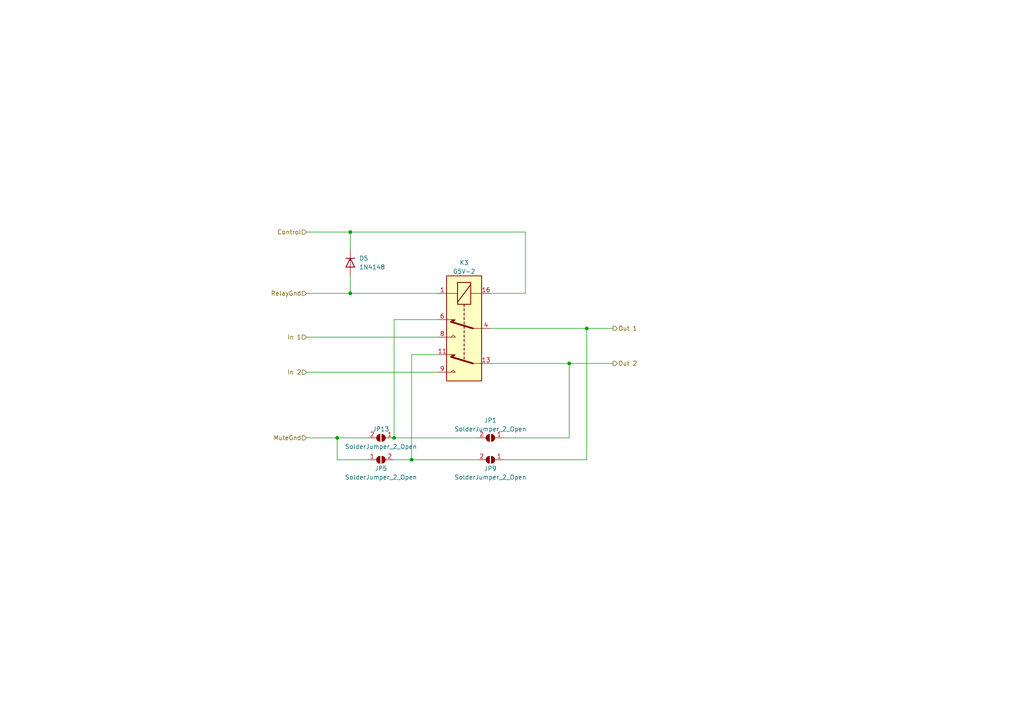
<source format=kicad_sch>
(kicad_sch (version 20230121) (generator eeschema)
  (paper "A4")
  (title_block (title "Essigfabrik 2-Way PA Switcher") (date "2023-11-21") (rev "1") (company "Daniel Machnik Sounddesign und Tontechnik"))
  (lib_symbols
    (symbol "Diode:1N4148" (pin_numbers hide) (pin_names hide)
      (property "Reference" "D" (at 0 2.54 0))
      (property "Value" "1N4148" (at 0 -2.54 0))
      (symbol "1N4148_0_1"
        (polyline (pts (xy -1.27 1.27) (xy -1.27 -1.27)) (stroke (width 0.254)))
        (polyline (pts (xy 1.27 0) (xy -1.27 0)))
        (polyline (pts (xy 1.27 1.27) (xy 1.27 -1.27) (xy -1.27 0) (xy 1.27 1.27)) (stroke (width 0.254)))
      )
      (symbol "1N4148_1_1"
        (pin passive line (at -3.81 0 0) (length 2.54) (name "K") (number "1"))
        (pin passive line (at 3.81 0 180) (length 2.54) (name "A") (number "2"))
      )
    )
    (symbol "Jumper:SolderJumper_2_Open" (pin_names (offset 0) hide)
      (property "Reference" "JP" (at 0 2.032 0))
      (property "Value" "SolderJumper_2_Open" (at 0 -2.54 0))
      (symbol "SolderJumper_2_Open_0_1"
        (arc (start -0.254 1.016) (mid -1.2656 0) (end -0.254 -1.016))
        (arc (start -0.254 1.016) (mid -1.2656 0) (end -0.254 -1.016) (fill (type outline)))
        (polyline (pts (xy -0.254 1.016) (xy -0.254 -1.016)))
        (polyline (pts (xy 0.254 1.016) (xy 0.254 -1.016)))
        (arc (start 0.254 -1.016) (mid 1.2656 0) (end 0.254 1.016))
        (arc (start 0.254 -1.016) (mid 1.2656 0) (end 0.254 1.016) (fill (type outline)))
      )
      (symbol "SolderJumper_2_Open_1_1"
        (pin passive line (at -3.81 0 0) (length 2.54) (name "A") (number "1"))
        (pin passive line (at 3.81 0 180) (length 2.54) (name "B") (number "2"))
      )
    )
    (symbol "Relay:G5V-2"
      (property "Reference" "K" (at 16.51 3.81 0))
      (property "Value" "G5V-2" (at 16.51 1.27 0))
      (symbol "G5V-2_0_1"
        (rectangle (start -15.24 5.08) (end 15.24 -5.08) (stroke (width 0.254)) (fill (type background)))
        (rectangle (start -13.335 1.905) (end -6.985 -1.905) (stroke (width 0.254)))
        (polyline (pts (xy -12.7 -1.905) (xy -7.62 1.905)) (stroke (width 0.254)))
        (polyline (pts (xy -10.16 -5.08) (xy -10.16 -1.905)))
        (polyline (pts (xy -10.16 5.08) (xy -10.16 1.905)))
        (polyline (pts (xy -6.985 0) (xy -6.35 0)) (stroke (width 0.254)))
        (polyline (pts (xy -5.715 0) (xy -5.08 0)) (stroke (width 0.254)))
        (polyline (pts (xy -4.445 0) (xy -3.81 0)) (stroke (width 0.254)))
        (polyline (pts (xy -3.175 0) (xy -2.54 0)) (stroke (width 0.254)))
        (polyline (pts (xy -1.905 0) (xy -1.27 0)) (stroke (width 0.254)))
        (polyline (pts (xy -0.635 0) (xy 0 0)) (stroke (width 0.254)))
        (polyline (pts (xy 0 -2.54) (xy -1.905 3.81)) (stroke (width 0.508)))
        (polyline (pts (xy 0 -2.54) (xy 0 -5.08)))
        (polyline (pts (xy 0.635 0) (xy 1.27 0)) (stroke (width 0.254)))
        (polyline (pts (xy 1.905 0) (xy 2.54 0)) (stroke (width 0.254)))
        (polyline (pts (xy 3.175 0) (xy 3.81 0)) (stroke (width 0.254)))
        (polyline (pts (xy 4.445 0) (xy 5.08 0)) (stroke (width 0.254)))
        (polyline (pts (xy 5.715 0) (xy 6.35 0)) (stroke (width 0.254)))
        (polyline (pts (xy 6.985 0) (xy 7.62 0)) (stroke (width 0.254)))
        (polyline (pts (xy 8.255 0) (xy 8.89 0)) (stroke (width 0.254)))
        (polyline (pts (xy 10.16 -2.54) (xy 8.255 3.81)) (stroke (width 0.508)))
        (polyline (pts (xy 10.16 -2.54) (xy 10.16 -5.08)))
        (polyline (pts (xy -2.54 5.08) (xy -2.54 2.54) (xy -1.905 3.175) (xy -2.54 3.81)) (fill (type outline)))
        (polyline (pts (xy 2.54 5.08) (xy 2.54 2.54) (xy 1.905 3.175) (xy 2.54 3.81)))
        (polyline (pts (xy 7.62 5.08) (xy 7.62 2.54) (xy 8.255 3.175) (xy 7.62 3.81)) (fill (type outline)))
        (polyline (pts (xy 12.7 5.08) (xy 12.7 2.54) (xy 12.065 3.175) (xy 12.7 3.81)))
      )
      (symbol "G5V-2_1_1"
        (pin passive line (at -10.16 7.62 270) (length 2.54) (name "~") (number "1"))
        (pin passive line (at 7.62 7.62 270) (length 2.54) (name "~") (number "11"))
        (pin passive line (at 10.16 -7.62 90) (length 2.54) (name "~") (number "13"))
        (pin passive line (at -10.16 -7.62 90) (length 2.54) (name "~") (number "16"))
        (pin passive line (at 0 -7.62 90) (length 2.54) (name "~") (number "4"))
        (pin passive line (at -2.54 7.62 270) (length 2.54) (name "~") (number "6"))
        (pin passive line (at 2.54 7.62 270) (length 2.54) (name "~") (number "8"))
        (pin passive line (at 12.7 7.62 270) (length 2.54) (name "~") (number "9"))
      )
    )
  )
  (junction (at 170.18 95.25))
  (junction (at 101.6 67.31))
  (junction (at 119.38 133.35))
  (junction (at 165.1 105.41))
  (junction (at 114.3 127))
  (junction (at 97.79 127))
  (junction (at 101.6 85.09))
  (wire (pts (xy 165.1 105.41) (xy 177.8 105.41)))
  (wire (pts (xy 152.4 67.31) (xy 152.4 85.09)))
  (wire (pts (xy 114.3 133.35) (xy 119.38 133.35)))
  (wire (pts (xy 119.38 102.87) (xy 119.38 133.35)))
  (wire (pts (xy 88.9 67.31) (xy 101.6 67.31)))
  (wire (pts (xy 114.3 92.71) (xy 114.3 127)))
  (wire (pts (xy 142.24 95.25) (xy 170.18 95.25)))
  (wire (pts (xy 97.79 133.35) (xy 97.79 127)))
  (wire (pts (xy 146.05 133.35) (xy 170.18 133.35)))
  (wire (pts (xy 88.9 97.79) (xy 127 97.79)))
  (wire (pts (xy 114.3 127) (xy 138.43 127)))
  (wire (pts (xy 170.18 95.25) (xy 177.8 95.25)))
  (wire (pts (xy 165.1 127) (xy 165.1 105.41)))
  (wire (pts (xy 127 102.87) (xy 119.38 102.87)))
  (wire (pts (xy 101.6 67.31) (xy 101.6 72.39)))
  (wire (pts (xy 142.24 85.09) (xy 152.4 85.09)))
  (wire (pts (xy 88.9 85.09) (xy 101.6 85.09)))
  (wire (pts (xy 101.6 67.31) (xy 152.4 67.31)))
  (wire (pts (xy 101.6 80.01) (xy 101.6 85.09)))
  (wire (pts (xy 119.38 133.35) (xy 138.43 133.35)))
  (wire (pts (xy 88.9 107.95) (xy 127 107.95)))
  (wire (pts (xy 88.9 127) (xy 97.79 127)))
  (wire (pts (xy 146.05 127) (xy 165.1 127)))
  (wire (pts (xy 106.68 133.35) (xy 97.79 133.35)))
  (wire (pts (xy 97.79 127) (xy 106.68 127)))
  (wire (pts (xy 142.24 105.41) (xy 165.1 105.41)))
  (wire (pts (xy 127 92.71) (xy 114.3 92.71)))
  (wire (pts (xy 170.18 133.35) (xy 170.18 95.25)))
  (wire (pts (xy 101.6 85.09) (xy 127 85.09)))
  (hierarchical_label "Out 2" (shape output) (at 177.8 105.41 0))
  (hierarchical_label "Out 1" (shape output) (at 177.8 95.25 0))
  (hierarchical_label "MuteGnd" (shape input) (at 88.9 127 180))
  (hierarchical_label "In 1" (shape input) (at 88.9 97.79 180))
  (hierarchical_label "In 2" (shape input) (at 88.9 107.95 180))
  (hierarchical_label "RelayGnd" (shape input) (at 88.9 85.09 180))
  (hierarchical_label "Control" (shape input) (at 88.9 67.31 180))
  (symbol (lib_id "Jumper:SolderJumper_2_Open") (at 110.49 127 180) (unit 1)
    (property "Reference" "JP13" (at 110.49 124.46 0))
    (property "Value" "SolderJumper_2_Open" (at 110.49 129.54 0))
    (property "Footprint" "Jumper:SolderJumper-2_P1.3mm_Open_RoundedPad1.0x1.5mm" (effects hide))
    (instances (project "EF_matrix" (path "" (reference "JP13") (unit 1)) (path "" (reference "JP14") (unit 1)) (path "" (reference "JP15") (unit 1)) (path "" (reference "JP16") (unit 1))))
  )
  (symbol (lib_id "Jumper:SolderJumper_2_Open") (at 110.49 133.35 0) (unit 1)
    (property "Reference" "JP5" (at 110.49 135.89 0))
    (property "Value" "SolderJumper_2_Open" (at 110.49 138.43 0))
    (property "Footprint" "Jumper:SolderJumper-2_P1.3mm_Open_RoundedPad1.0x1.5mm" (effects hide))
    (instances (project "EF_matrix" (path "" (reference "JP5") (unit 1)) (path "" (reference "JP6") (unit 1)) (path "" (reference "JP7") (unit 1)) (path "" (reference "JP8") (unit 1))))
  )
  (symbol (lib_id "Jumper:SolderJumper_2_Open") (at 142.24 127 180) (unit 1)
    (property "Reference" "JP1" (at 142.24 121.92 0))
    (property "Value" "SolderJumper_2_Open" (at 142.24 124.46 0))
    (property "Footprint" "Jumper:SolderJumper-2_P1.3mm_Open_RoundedPad1.0x1.5mm" (effects hide))
    (instances (project "EF_matrix" (path "" (reference "JP1") (unit 1)) (path "" (reference "JP2") (unit 1)) (path "" (reference "JP3") (unit 1)) (path "" (reference "JP4") (unit 1))))
  )
  (symbol (lib_id "Relay:G5V-2") (at 134.62 95.25 90) (mirror x) (unit 1)
    (property "Reference" "K3" (at 134.62 76.2 90))
    (property "Value" "G5V-2" (at 134.62 78.74 90))
    (property "Footprint" "Relay_THT:Relay_DPDT_Omron_G5V-2" (effects hide))
    (property "Datasheet" "http://omronfs.omron.com/en_US/ecb/products/pdf/en-g5v_2.pdf" (effects hide))
    (instances (project "EF_matrix" (path "" (reference "K3") (unit 1)) (path "" (reference "K1") (unit 1)) (path "" (reference "K3") (unit 1)) (path "" (reference "K4") (unit 1)) (path "" (reference "K5") (unit 1))))
  )
  (symbol (lib_id "Diode:1N4148") (at 101.6 76.2 270) (unit 1)
    (property "Reference" "D5" (at 104.14 74.93 90) (effects (justify left)))
    (property "Value" "1N4148" (at 104.14 77.47 90) (effects (justify left)))
    (property "Footprint" "Diode_THT:D_DO-35_SOD27_P7.62mm_Horizontal" (effects hide))
    (property "Datasheet" "https://assets.nexperia.com/documents/data-sheet/1N4148_1N4448.pdf" (effects hide))
    (property "Sim.Device" "D" (effects hide))
    (property "Sim.Pins" "1=K 2=A" (effects hide))
    (instances (project "EF_matrix" (path "" (reference "D5") (unit 1)) (path "" (reference "D6") (unit 1)) (path "" (reference "D7") (unit 1)) (path "" (reference "D8") (unit 1))))
  )
  (symbol (lib_id "Jumper:SolderJumper_2_Open") (at 142.24 133.35 180) (unit 1)
    (property "Reference" "JP9" (at 142.24 135.89 0))
    (property "Value" "SolderJumper_2_Open" (at 142.24 138.43 0))
    (property "Footprint" "Jumper:SolderJumper-2_P1.3mm_Open_RoundedPad1.0x1.5mm" (effects hide))
    (instances (project "EF_matrix" (path "" (reference "JP9") (unit 1)) (path "" (reference "JP10") (unit 1)) (path "" (reference "JP11") (unit 1)) (path "" (reference "JP12") (unit 1))))
  )
)
</source>
